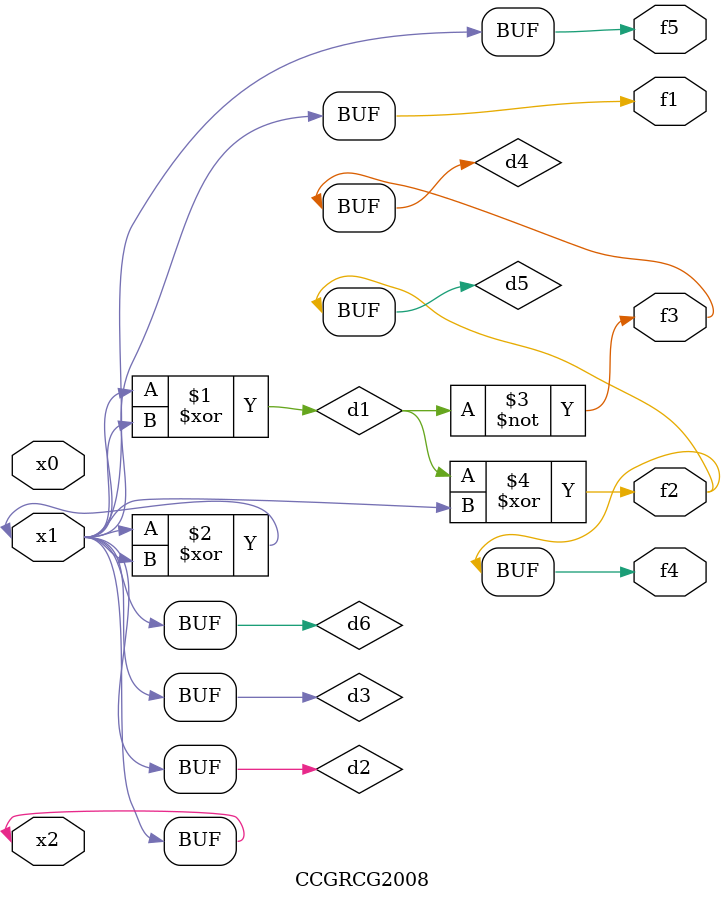
<source format=v>
module CCGRCG2008(
	input x0, x1, x2,
	output f1, f2, f3, f4, f5
);

	wire d1, d2, d3, d4, d5, d6;

	xor (d1, x1, x2);
	buf (d2, x1, x2);
	xor (d3, x1, x2);
	nor (d4, d1);
	xor (d5, d1, d2);
	buf (d6, d2, d3);
	assign f1 = d6;
	assign f2 = d5;
	assign f3 = d4;
	assign f4 = d5;
	assign f5 = d6;
endmodule

</source>
